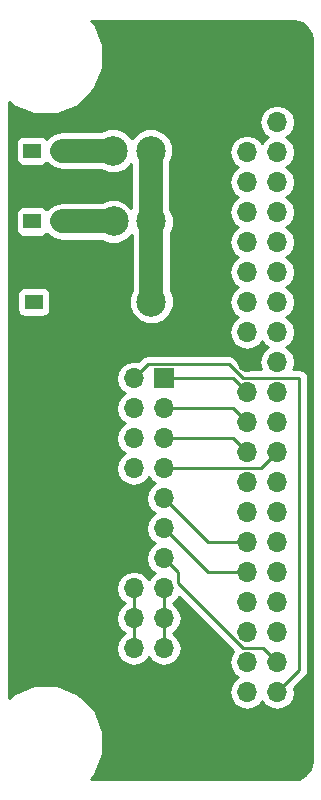
<source format=gbr>
G04 #@! TF.FileFunction,Copper,L1,Top,Signal*
%FSLAX46Y46*%
G04 Gerber Fmt 4.6, Leading zero omitted, Abs format (unit mm)*
G04 Created by KiCad (PCBNEW 4.0.6) date 06/16/19 22:17:06*
%MOMM*%
%LPD*%
G01*
G04 APERTURE LIST*
%ADD10C,0.100000*%
%ADD11R,1.500000X1.250000*%
%ADD12R,1.700000X1.700000*%
%ADD13O,1.700000X1.700000*%
%ADD14C,2.500000*%
%ADD15C,0.600000*%
%ADD16C,2.000000*%
%ADD17C,0.250000*%
%ADD18C,0.254000*%
G04 APERTURE END LIST*
D10*
D11*
X148500000Y-109350000D03*
X151000000Y-109350000D03*
X148500000Y-115350000D03*
X151000000Y-115350000D03*
X148650000Y-122150000D03*
X151150000Y-122150000D03*
D12*
X159640000Y-128620000D03*
D13*
X157100000Y-128620000D03*
X159640000Y-131160000D03*
X157100000Y-131160000D03*
X159640000Y-133700000D03*
X157100000Y-133700000D03*
X159640000Y-136240000D03*
X157100000Y-136240000D03*
X159640000Y-138780000D03*
X157100000Y-138780000D03*
X159640000Y-141320000D03*
X157100000Y-141320000D03*
X159640000Y-143860000D03*
X157100000Y-143860000D03*
X159640000Y-146400000D03*
X157100000Y-146400000D03*
X159640000Y-148940000D03*
X157100000Y-148940000D03*
X159640000Y-151480000D03*
X157100000Y-151480000D03*
D12*
X166710000Y-106940000D03*
D13*
X169250000Y-106940000D03*
X166710000Y-109480000D03*
X169250000Y-109480000D03*
X166710000Y-112020000D03*
X169250000Y-112020000D03*
X166710000Y-114560000D03*
X169250000Y-114560000D03*
X166710000Y-117100000D03*
X169250000Y-117100000D03*
X166710000Y-119640000D03*
X169250000Y-119640000D03*
X166710000Y-122180000D03*
X169250000Y-122180000D03*
X166710000Y-124720000D03*
X169250000Y-124720000D03*
X166710000Y-127260000D03*
X169250000Y-127260000D03*
X166710000Y-129800000D03*
X169250000Y-129800000D03*
X166710000Y-132340000D03*
X169250000Y-132340000D03*
X166710000Y-134880000D03*
X169250000Y-134880000D03*
X166710000Y-137420000D03*
X169250000Y-137420000D03*
X166710000Y-139960000D03*
X169250000Y-139960000D03*
X166710000Y-142500000D03*
X169250000Y-142500000D03*
X166710000Y-145040000D03*
X169250000Y-145040000D03*
X166710000Y-147580000D03*
X169250000Y-147580000D03*
X166710000Y-150120000D03*
X169250000Y-150120000D03*
X166710000Y-152660000D03*
X169250000Y-152660000D03*
X166710000Y-155200000D03*
X169250000Y-155200000D03*
D14*
X158550000Y-109350000D03*
X155350000Y-109350000D03*
X158600000Y-115350000D03*
X155400000Y-115350000D03*
X158600000Y-122150000D03*
X155400000Y-122150000D03*
D15*
X148650000Y-122150000D03*
X148500000Y-115350000D03*
X148500000Y-109350000D03*
D16*
X158600000Y-115350000D02*
X158600000Y-122150000D01*
X158550000Y-109350000D02*
X158550000Y-115300000D01*
X158550000Y-115300000D02*
X158600000Y-115350000D01*
D17*
X157100000Y-148940000D02*
X157100000Y-150142081D01*
X157100000Y-150142081D02*
X157100000Y-151480000D01*
X157100000Y-146400000D02*
X157100000Y-147602081D01*
X157100000Y-147602081D02*
X157100000Y-148940000D01*
D16*
X151000000Y-109350000D02*
X155350000Y-109350000D01*
D17*
X159640000Y-148940000D02*
X159640000Y-150142081D01*
X159640000Y-150142081D02*
X159640000Y-151480000D01*
X159640000Y-146400000D02*
X159640000Y-147602081D01*
X159640000Y-147602081D02*
X159640000Y-148940000D01*
D16*
X151000000Y-115350000D02*
X155400000Y-115350000D01*
X151150000Y-122150000D02*
X155400000Y-122150000D01*
D17*
X159640000Y-128620000D02*
X165530000Y-128620000D01*
X165530000Y-128620000D02*
X166710000Y-129800000D01*
X171124999Y-128624999D02*
X171124999Y-153325001D01*
X171124999Y-153325001D02*
X169250000Y-155200000D01*
X157100000Y-128620000D02*
X158275001Y-127444999D01*
X158275001Y-127444999D02*
X165155997Y-127444999D01*
X165155997Y-127444999D02*
X166335997Y-128624999D01*
X166335997Y-128624999D02*
X171124999Y-128624999D01*
X159640000Y-131160000D02*
X165530000Y-131160000D01*
X165530000Y-131160000D02*
X166710000Y-132340000D01*
X159640000Y-133700000D02*
X165530000Y-133700000D01*
X165530000Y-133700000D02*
X166710000Y-134880000D01*
X159640000Y-136240000D02*
X167890000Y-136240000D01*
X167890000Y-136240000D02*
X169250000Y-134880000D01*
X159640000Y-138780000D02*
X163360000Y-142500000D01*
X163360000Y-142500000D02*
X166710000Y-142500000D01*
X159640000Y-141320000D02*
X163360000Y-145040000D01*
X163360000Y-145040000D02*
X166710000Y-145040000D01*
X159640000Y-143860000D02*
X160815001Y-145035001D01*
X168074999Y-151484999D02*
X168400001Y-151810001D01*
X160815001Y-145035001D02*
X160815001Y-145964003D01*
X160815001Y-145964003D02*
X166335997Y-151484999D01*
X166335997Y-151484999D02*
X168074999Y-151484999D01*
X168400001Y-151810001D02*
X169250000Y-152660000D01*
D18*
G36*
X171331022Y-98543906D02*
X171813467Y-98930690D01*
X172116522Y-99482395D01*
X172190000Y-100004465D01*
X172190000Y-161098828D01*
X172006094Y-161731024D01*
X171619310Y-162213467D01*
X171067605Y-162516522D01*
X170545535Y-162590000D01*
X153457748Y-162590000D01*
X153782108Y-162266206D01*
X154526151Y-160474351D01*
X154527845Y-158534161D01*
X153786930Y-156741011D01*
X152416206Y-155367892D01*
X150624351Y-154623849D01*
X148684161Y-154622155D01*
X146891011Y-155363070D01*
X146560000Y-155693504D01*
X146560000Y-128620000D01*
X155585907Y-128620000D01*
X155698946Y-129188285D01*
X156020853Y-129670054D01*
X156350026Y-129890000D01*
X156020853Y-130109946D01*
X155698946Y-130591715D01*
X155585907Y-131160000D01*
X155698946Y-131728285D01*
X156020853Y-132210054D01*
X156350026Y-132430000D01*
X156020853Y-132649946D01*
X155698946Y-133131715D01*
X155585907Y-133700000D01*
X155698946Y-134268285D01*
X156020853Y-134750054D01*
X156350026Y-134970000D01*
X156020853Y-135189946D01*
X155698946Y-135671715D01*
X155585907Y-136240000D01*
X155698946Y-136808285D01*
X156020853Y-137290054D01*
X156502622Y-137611961D01*
X157070907Y-137725000D01*
X157129093Y-137725000D01*
X157697378Y-137611961D01*
X158179147Y-137290054D01*
X158370000Y-137004422D01*
X158560853Y-137290054D01*
X158890026Y-137510000D01*
X158560853Y-137729946D01*
X158238946Y-138211715D01*
X158125907Y-138780000D01*
X158238946Y-139348285D01*
X158560853Y-139830054D01*
X158890026Y-140050000D01*
X158560853Y-140269946D01*
X158238946Y-140751715D01*
X158125907Y-141320000D01*
X158238946Y-141888285D01*
X158560853Y-142370054D01*
X158890026Y-142590000D01*
X158560853Y-142809946D01*
X158238946Y-143291715D01*
X158125907Y-143860000D01*
X158238946Y-144428285D01*
X158560853Y-144910054D01*
X158890026Y-145130000D01*
X158560853Y-145349946D01*
X158370000Y-145635578D01*
X158179147Y-145349946D01*
X157697378Y-145028039D01*
X157129093Y-144915000D01*
X157070907Y-144915000D01*
X156502622Y-145028039D01*
X156020853Y-145349946D01*
X155698946Y-145831715D01*
X155585907Y-146400000D01*
X155698946Y-146968285D01*
X156020853Y-147450054D01*
X156340000Y-147663301D01*
X156340000Y-147676699D01*
X156020853Y-147889946D01*
X155698946Y-148371715D01*
X155585907Y-148940000D01*
X155698946Y-149508285D01*
X156020853Y-149990054D01*
X156340000Y-150203301D01*
X156340000Y-150216699D01*
X156020853Y-150429946D01*
X155698946Y-150911715D01*
X155585907Y-151480000D01*
X155698946Y-152048285D01*
X156020853Y-152530054D01*
X156502622Y-152851961D01*
X157070907Y-152965000D01*
X157129093Y-152965000D01*
X157697378Y-152851961D01*
X158179147Y-152530054D01*
X158370000Y-152244422D01*
X158560853Y-152530054D01*
X159042622Y-152851961D01*
X159610907Y-152965000D01*
X159669093Y-152965000D01*
X160237378Y-152851961D01*
X160719147Y-152530054D01*
X161041054Y-152048285D01*
X161154093Y-151480000D01*
X161041054Y-150911715D01*
X160719147Y-150429946D01*
X160400000Y-150216699D01*
X160400000Y-150203301D01*
X160719147Y-149990054D01*
X161041054Y-149508285D01*
X161154093Y-148940000D01*
X161041054Y-148371715D01*
X160719147Y-147889946D01*
X160400000Y-147676699D01*
X160400000Y-147663301D01*
X160719147Y-147450054D01*
X160922264Y-147146068D01*
X165532836Y-151756640D01*
X165308946Y-152091715D01*
X165195907Y-152660000D01*
X165308946Y-153228285D01*
X165630853Y-153710054D01*
X165960026Y-153930000D01*
X165630853Y-154149946D01*
X165308946Y-154631715D01*
X165195907Y-155200000D01*
X165308946Y-155768285D01*
X165630853Y-156250054D01*
X166112622Y-156571961D01*
X166680907Y-156685000D01*
X166739093Y-156685000D01*
X167307378Y-156571961D01*
X167789147Y-156250054D01*
X167980000Y-155964422D01*
X168170853Y-156250054D01*
X168652622Y-156571961D01*
X169220907Y-156685000D01*
X169279093Y-156685000D01*
X169847378Y-156571961D01*
X170329147Y-156250054D01*
X170651054Y-155768285D01*
X170764093Y-155200000D01*
X170691210Y-154833592D01*
X171662400Y-153862402D01*
X171827147Y-153615840D01*
X171884999Y-153325001D01*
X171884999Y-128624999D01*
X171827147Y-128334160D01*
X171662400Y-128087598D01*
X171415838Y-127922851D01*
X171124999Y-127864999D01*
X170626523Y-127864999D01*
X170651054Y-127828285D01*
X170764093Y-127260000D01*
X170651054Y-126691715D01*
X170329147Y-126209946D01*
X169999974Y-125990000D01*
X170329147Y-125770054D01*
X170651054Y-125288285D01*
X170764093Y-124720000D01*
X170651054Y-124151715D01*
X170329147Y-123669946D01*
X169999974Y-123450000D01*
X170329147Y-123230054D01*
X170651054Y-122748285D01*
X170764093Y-122180000D01*
X170651054Y-121611715D01*
X170329147Y-121129946D01*
X169999974Y-120910000D01*
X170329147Y-120690054D01*
X170651054Y-120208285D01*
X170764093Y-119640000D01*
X170651054Y-119071715D01*
X170329147Y-118589946D01*
X169999974Y-118370000D01*
X170329147Y-118150054D01*
X170651054Y-117668285D01*
X170764093Y-117100000D01*
X170651054Y-116531715D01*
X170329147Y-116049946D01*
X169999974Y-115830000D01*
X170329147Y-115610054D01*
X170651054Y-115128285D01*
X170764093Y-114560000D01*
X170651054Y-113991715D01*
X170329147Y-113509946D01*
X169999974Y-113290000D01*
X170329147Y-113070054D01*
X170651054Y-112588285D01*
X170764093Y-112020000D01*
X170651054Y-111451715D01*
X170329147Y-110969946D01*
X169999974Y-110750000D01*
X170329147Y-110530054D01*
X170651054Y-110048285D01*
X170764093Y-109480000D01*
X170651054Y-108911715D01*
X170329147Y-108429946D01*
X169999974Y-108210000D01*
X170329147Y-107990054D01*
X170651054Y-107508285D01*
X170764093Y-106940000D01*
X170651054Y-106371715D01*
X170329147Y-105889946D01*
X169847378Y-105568039D01*
X169279093Y-105455000D01*
X169220907Y-105455000D01*
X168652622Y-105568039D01*
X168170853Y-105889946D01*
X167848946Y-106371715D01*
X167735907Y-106940000D01*
X167848946Y-107508285D01*
X168170853Y-107990054D01*
X168500026Y-108210000D01*
X168170853Y-108429946D01*
X167980000Y-108715578D01*
X167789147Y-108429946D01*
X167307378Y-108108039D01*
X166739093Y-107995000D01*
X166680907Y-107995000D01*
X166112622Y-108108039D01*
X165630853Y-108429946D01*
X165308946Y-108911715D01*
X165195907Y-109480000D01*
X165308946Y-110048285D01*
X165630853Y-110530054D01*
X165960026Y-110750000D01*
X165630853Y-110969946D01*
X165308946Y-111451715D01*
X165195907Y-112020000D01*
X165308946Y-112588285D01*
X165630853Y-113070054D01*
X165960026Y-113290000D01*
X165630853Y-113509946D01*
X165308946Y-113991715D01*
X165195907Y-114560000D01*
X165308946Y-115128285D01*
X165630853Y-115610054D01*
X165960026Y-115830000D01*
X165630853Y-116049946D01*
X165308946Y-116531715D01*
X165195907Y-117100000D01*
X165308946Y-117668285D01*
X165630853Y-118150054D01*
X165960026Y-118370000D01*
X165630853Y-118589946D01*
X165308946Y-119071715D01*
X165195907Y-119640000D01*
X165308946Y-120208285D01*
X165630853Y-120690054D01*
X165960026Y-120910000D01*
X165630853Y-121129946D01*
X165308946Y-121611715D01*
X165195907Y-122180000D01*
X165308946Y-122748285D01*
X165630853Y-123230054D01*
X165960026Y-123450000D01*
X165630853Y-123669946D01*
X165308946Y-124151715D01*
X165195907Y-124720000D01*
X165308946Y-125288285D01*
X165630853Y-125770054D01*
X166112622Y-126091961D01*
X166680907Y-126205000D01*
X166739093Y-126205000D01*
X167307378Y-126091961D01*
X167789147Y-125770054D01*
X167980000Y-125484422D01*
X168170853Y-125770054D01*
X168500026Y-125990000D01*
X168170853Y-126209946D01*
X167848946Y-126691715D01*
X167735907Y-127260000D01*
X167848946Y-127828285D01*
X167873477Y-127864999D01*
X166650799Y-127864999D01*
X165693398Y-126907598D01*
X165446836Y-126742851D01*
X165155997Y-126684999D01*
X158275001Y-126684999D01*
X157984161Y-126742851D01*
X157737600Y-126907598D01*
X157446969Y-127198229D01*
X157129093Y-127135000D01*
X157070907Y-127135000D01*
X156502622Y-127248039D01*
X156020853Y-127569946D01*
X155698946Y-128051715D01*
X155585907Y-128620000D01*
X146560000Y-128620000D01*
X146560000Y-121525000D01*
X147252560Y-121525000D01*
X147252560Y-122775000D01*
X147296838Y-123010317D01*
X147435910Y-123226441D01*
X147648110Y-123371431D01*
X147900000Y-123422440D01*
X149400000Y-123422440D01*
X149635317Y-123378162D01*
X149851441Y-123239090D01*
X149996431Y-123026890D01*
X150047440Y-122775000D01*
X150047440Y-121525000D01*
X150003162Y-121289683D01*
X149864090Y-121073559D01*
X149651890Y-120928569D01*
X149400000Y-120877560D01*
X147900000Y-120877560D01*
X147664683Y-120921838D01*
X147448559Y-121060910D01*
X147303569Y-121273110D01*
X147252560Y-121525000D01*
X146560000Y-121525000D01*
X146560000Y-108725000D01*
X147102560Y-108725000D01*
X147102560Y-109975000D01*
X147146838Y-110210317D01*
X147285910Y-110426441D01*
X147498110Y-110571431D01*
X147750000Y-110622440D01*
X149250000Y-110622440D01*
X149485317Y-110578162D01*
X149701441Y-110439090D01*
X149749134Y-110369289D01*
X149785910Y-110426441D01*
X149794614Y-110432388D01*
X149843880Y-110506120D01*
X150374313Y-110860543D01*
X151000000Y-110985000D01*
X154372129Y-110985000D01*
X154973405Y-111234672D01*
X155723305Y-111235326D01*
X156416372Y-110948957D01*
X156915000Y-110451198D01*
X156915000Y-114199524D01*
X156469161Y-113752907D01*
X155776595Y-113465328D01*
X155026695Y-113464674D01*
X154420859Y-113715000D01*
X151000000Y-113715000D01*
X150374313Y-113839457D01*
X149843880Y-114193880D01*
X149799494Y-114260308D01*
X149798559Y-114260910D01*
X149750866Y-114330711D01*
X149714090Y-114273559D01*
X149501890Y-114128569D01*
X149250000Y-114077560D01*
X147750000Y-114077560D01*
X147514683Y-114121838D01*
X147298559Y-114260910D01*
X147153569Y-114473110D01*
X147102560Y-114725000D01*
X147102560Y-115975000D01*
X147146838Y-116210317D01*
X147285910Y-116426441D01*
X147498110Y-116571431D01*
X147750000Y-116622440D01*
X149250000Y-116622440D01*
X149485317Y-116578162D01*
X149701441Y-116439090D01*
X149749134Y-116369289D01*
X149785910Y-116426441D01*
X149794614Y-116432388D01*
X149843880Y-116506120D01*
X150374313Y-116860543D01*
X151000000Y-116985000D01*
X154422129Y-116985000D01*
X155023405Y-117234672D01*
X155773305Y-117235326D01*
X156466372Y-116948957D01*
X156965000Y-116451198D01*
X156965000Y-121172129D01*
X156715328Y-121773405D01*
X156714674Y-122523305D01*
X157001043Y-123216372D01*
X157530839Y-123747093D01*
X158223405Y-124034672D01*
X158973305Y-124035326D01*
X159666372Y-123748957D01*
X160197093Y-123219161D01*
X160484672Y-122526595D01*
X160485326Y-121776695D01*
X160235000Y-121170859D01*
X160235000Y-116327871D01*
X160484672Y-115726595D01*
X160485326Y-114976695D01*
X160198957Y-114283628D01*
X160185000Y-114269647D01*
X160185000Y-110327871D01*
X160434672Y-109726595D01*
X160435326Y-108976695D01*
X160148957Y-108283628D01*
X159619161Y-107752907D01*
X158926595Y-107465328D01*
X158176695Y-107464674D01*
X157483628Y-107751043D01*
X156952907Y-108280839D01*
X156950350Y-108286998D01*
X156948957Y-108283628D01*
X156419161Y-107752907D01*
X155726595Y-107465328D01*
X154976695Y-107464674D01*
X154370859Y-107715000D01*
X151000000Y-107715000D01*
X150374313Y-107839457D01*
X149843880Y-108193880D01*
X149799494Y-108260308D01*
X149798559Y-108260910D01*
X149750866Y-108330711D01*
X149714090Y-108273559D01*
X149501890Y-108128569D01*
X149250000Y-108077560D01*
X147750000Y-108077560D01*
X147514683Y-108121838D01*
X147298559Y-108260910D01*
X147153569Y-108473110D01*
X147102560Y-108725000D01*
X146560000Y-108725000D01*
X146560000Y-105207748D01*
X146883794Y-105532108D01*
X148675649Y-106276151D01*
X150615839Y-106277845D01*
X152408989Y-105536930D01*
X153782108Y-104166206D01*
X154526151Y-102374351D01*
X154527845Y-100434161D01*
X153786930Y-98641011D01*
X153506409Y-98360000D01*
X170698828Y-98360000D01*
X171331022Y-98543906D01*
X171331022Y-98543906D01*
G37*
X171331022Y-98543906D02*
X171813467Y-98930690D01*
X172116522Y-99482395D01*
X172190000Y-100004465D01*
X172190000Y-161098828D01*
X172006094Y-161731024D01*
X171619310Y-162213467D01*
X171067605Y-162516522D01*
X170545535Y-162590000D01*
X153457748Y-162590000D01*
X153782108Y-162266206D01*
X154526151Y-160474351D01*
X154527845Y-158534161D01*
X153786930Y-156741011D01*
X152416206Y-155367892D01*
X150624351Y-154623849D01*
X148684161Y-154622155D01*
X146891011Y-155363070D01*
X146560000Y-155693504D01*
X146560000Y-128620000D01*
X155585907Y-128620000D01*
X155698946Y-129188285D01*
X156020853Y-129670054D01*
X156350026Y-129890000D01*
X156020853Y-130109946D01*
X155698946Y-130591715D01*
X155585907Y-131160000D01*
X155698946Y-131728285D01*
X156020853Y-132210054D01*
X156350026Y-132430000D01*
X156020853Y-132649946D01*
X155698946Y-133131715D01*
X155585907Y-133700000D01*
X155698946Y-134268285D01*
X156020853Y-134750054D01*
X156350026Y-134970000D01*
X156020853Y-135189946D01*
X155698946Y-135671715D01*
X155585907Y-136240000D01*
X155698946Y-136808285D01*
X156020853Y-137290054D01*
X156502622Y-137611961D01*
X157070907Y-137725000D01*
X157129093Y-137725000D01*
X157697378Y-137611961D01*
X158179147Y-137290054D01*
X158370000Y-137004422D01*
X158560853Y-137290054D01*
X158890026Y-137510000D01*
X158560853Y-137729946D01*
X158238946Y-138211715D01*
X158125907Y-138780000D01*
X158238946Y-139348285D01*
X158560853Y-139830054D01*
X158890026Y-140050000D01*
X158560853Y-140269946D01*
X158238946Y-140751715D01*
X158125907Y-141320000D01*
X158238946Y-141888285D01*
X158560853Y-142370054D01*
X158890026Y-142590000D01*
X158560853Y-142809946D01*
X158238946Y-143291715D01*
X158125907Y-143860000D01*
X158238946Y-144428285D01*
X158560853Y-144910054D01*
X158890026Y-145130000D01*
X158560853Y-145349946D01*
X158370000Y-145635578D01*
X158179147Y-145349946D01*
X157697378Y-145028039D01*
X157129093Y-144915000D01*
X157070907Y-144915000D01*
X156502622Y-145028039D01*
X156020853Y-145349946D01*
X155698946Y-145831715D01*
X155585907Y-146400000D01*
X155698946Y-146968285D01*
X156020853Y-147450054D01*
X156340000Y-147663301D01*
X156340000Y-147676699D01*
X156020853Y-147889946D01*
X155698946Y-148371715D01*
X155585907Y-148940000D01*
X155698946Y-149508285D01*
X156020853Y-149990054D01*
X156340000Y-150203301D01*
X156340000Y-150216699D01*
X156020853Y-150429946D01*
X155698946Y-150911715D01*
X155585907Y-151480000D01*
X155698946Y-152048285D01*
X156020853Y-152530054D01*
X156502622Y-152851961D01*
X157070907Y-152965000D01*
X157129093Y-152965000D01*
X157697378Y-152851961D01*
X158179147Y-152530054D01*
X158370000Y-152244422D01*
X158560853Y-152530054D01*
X159042622Y-152851961D01*
X159610907Y-152965000D01*
X159669093Y-152965000D01*
X160237378Y-152851961D01*
X160719147Y-152530054D01*
X161041054Y-152048285D01*
X161154093Y-151480000D01*
X161041054Y-150911715D01*
X160719147Y-150429946D01*
X160400000Y-150216699D01*
X160400000Y-150203301D01*
X160719147Y-149990054D01*
X161041054Y-149508285D01*
X161154093Y-148940000D01*
X161041054Y-148371715D01*
X160719147Y-147889946D01*
X160400000Y-147676699D01*
X160400000Y-147663301D01*
X160719147Y-147450054D01*
X160922264Y-147146068D01*
X165532836Y-151756640D01*
X165308946Y-152091715D01*
X165195907Y-152660000D01*
X165308946Y-153228285D01*
X165630853Y-153710054D01*
X165960026Y-153930000D01*
X165630853Y-154149946D01*
X165308946Y-154631715D01*
X165195907Y-155200000D01*
X165308946Y-155768285D01*
X165630853Y-156250054D01*
X166112622Y-156571961D01*
X166680907Y-156685000D01*
X166739093Y-156685000D01*
X167307378Y-156571961D01*
X167789147Y-156250054D01*
X167980000Y-155964422D01*
X168170853Y-156250054D01*
X168652622Y-156571961D01*
X169220907Y-156685000D01*
X169279093Y-156685000D01*
X169847378Y-156571961D01*
X170329147Y-156250054D01*
X170651054Y-155768285D01*
X170764093Y-155200000D01*
X170691210Y-154833592D01*
X171662400Y-153862402D01*
X171827147Y-153615840D01*
X171884999Y-153325001D01*
X171884999Y-128624999D01*
X171827147Y-128334160D01*
X171662400Y-128087598D01*
X171415838Y-127922851D01*
X171124999Y-127864999D01*
X170626523Y-127864999D01*
X170651054Y-127828285D01*
X170764093Y-127260000D01*
X170651054Y-126691715D01*
X170329147Y-126209946D01*
X169999974Y-125990000D01*
X170329147Y-125770054D01*
X170651054Y-125288285D01*
X170764093Y-124720000D01*
X170651054Y-124151715D01*
X170329147Y-123669946D01*
X169999974Y-123450000D01*
X170329147Y-123230054D01*
X170651054Y-122748285D01*
X170764093Y-122180000D01*
X170651054Y-121611715D01*
X170329147Y-121129946D01*
X169999974Y-120910000D01*
X170329147Y-120690054D01*
X170651054Y-120208285D01*
X170764093Y-119640000D01*
X170651054Y-119071715D01*
X170329147Y-118589946D01*
X169999974Y-118370000D01*
X170329147Y-118150054D01*
X170651054Y-117668285D01*
X170764093Y-117100000D01*
X170651054Y-116531715D01*
X170329147Y-116049946D01*
X169999974Y-115830000D01*
X170329147Y-115610054D01*
X170651054Y-115128285D01*
X170764093Y-114560000D01*
X170651054Y-113991715D01*
X170329147Y-113509946D01*
X169999974Y-113290000D01*
X170329147Y-113070054D01*
X170651054Y-112588285D01*
X170764093Y-112020000D01*
X170651054Y-111451715D01*
X170329147Y-110969946D01*
X169999974Y-110750000D01*
X170329147Y-110530054D01*
X170651054Y-110048285D01*
X170764093Y-109480000D01*
X170651054Y-108911715D01*
X170329147Y-108429946D01*
X169999974Y-108210000D01*
X170329147Y-107990054D01*
X170651054Y-107508285D01*
X170764093Y-106940000D01*
X170651054Y-106371715D01*
X170329147Y-105889946D01*
X169847378Y-105568039D01*
X169279093Y-105455000D01*
X169220907Y-105455000D01*
X168652622Y-105568039D01*
X168170853Y-105889946D01*
X167848946Y-106371715D01*
X167735907Y-106940000D01*
X167848946Y-107508285D01*
X168170853Y-107990054D01*
X168500026Y-108210000D01*
X168170853Y-108429946D01*
X167980000Y-108715578D01*
X167789147Y-108429946D01*
X167307378Y-108108039D01*
X166739093Y-107995000D01*
X166680907Y-107995000D01*
X166112622Y-108108039D01*
X165630853Y-108429946D01*
X165308946Y-108911715D01*
X165195907Y-109480000D01*
X165308946Y-110048285D01*
X165630853Y-110530054D01*
X165960026Y-110750000D01*
X165630853Y-110969946D01*
X165308946Y-111451715D01*
X165195907Y-112020000D01*
X165308946Y-112588285D01*
X165630853Y-113070054D01*
X165960026Y-113290000D01*
X165630853Y-113509946D01*
X165308946Y-113991715D01*
X165195907Y-114560000D01*
X165308946Y-115128285D01*
X165630853Y-115610054D01*
X165960026Y-115830000D01*
X165630853Y-116049946D01*
X165308946Y-116531715D01*
X165195907Y-117100000D01*
X165308946Y-117668285D01*
X165630853Y-118150054D01*
X165960026Y-118370000D01*
X165630853Y-118589946D01*
X165308946Y-119071715D01*
X165195907Y-119640000D01*
X165308946Y-120208285D01*
X165630853Y-120690054D01*
X165960026Y-120910000D01*
X165630853Y-121129946D01*
X165308946Y-121611715D01*
X165195907Y-122180000D01*
X165308946Y-122748285D01*
X165630853Y-123230054D01*
X165960026Y-123450000D01*
X165630853Y-123669946D01*
X165308946Y-124151715D01*
X165195907Y-124720000D01*
X165308946Y-125288285D01*
X165630853Y-125770054D01*
X166112622Y-126091961D01*
X166680907Y-126205000D01*
X166739093Y-126205000D01*
X167307378Y-126091961D01*
X167789147Y-125770054D01*
X167980000Y-125484422D01*
X168170853Y-125770054D01*
X168500026Y-125990000D01*
X168170853Y-126209946D01*
X167848946Y-126691715D01*
X167735907Y-127260000D01*
X167848946Y-127828285D01*
X167873477Y-127864999D01*
X166650799Y-127864999D01*
X165693398Y-126907598D01*
X165446836Y-126742851D01*
X165155997Y-126684999D01*
X158275001Y-126684999D01*
X157984161Y-126742851D01*
X157737600Y-126907598D01*
X157446969Y-127198229D01*
X157129093Y-127135000D01*
X157070907Y-127135000D01*
X156502622Y-127248039D01*
X156020853Y-127569946D01*
X155698946Y-128051715D01*
X155585907Y-128620000D01*
X146560000Y-128620000D01*
X146560000Y-121525000D01*
X147252560Y-121525000D01*
X147252560Y-122775000D01*
X147296838Y-123010317D01*
X147435910Y-123226441D01*
X147648110Y-123371431D01*
X147900000Y-123422440D01*
X149400000Y-123422440D01*
X149635317Y-123378162D01*
X149851441Y-123239090D01*
X149996431Y-123026890D01*
X150047440Y-122775000D01*
X150047440Y-121525000D01*
X150003162Y-121289683D01*
X149864090Y-121073559D01*
X149651890Y-120928569D01*
X149400000Y-120877560D01*
X147900000Y-120877560D01*
X147664683Y-120921838D01*
X147448559Y-121060910D01*
X147303569Y-121273110D01*
X147252560Y-121525000D01*
X146560000Y-121525000D01*
X146560000Y-108725000D01*
X147102560Y-108725000D01*
X147102560Y-109975000D01*
X147146838Y-110210317D01*
X147285910Y-110426441D01*
X147498110Y-110571431D01*
X147750000Y-110622440D01*
X149250000Y-110622440D01*
X149485317Y-110578162D01*
X149701441Y-110439090D01*
X149749134Y-110369289D01*
X149785910Y-110426441D01*
X149794614Y-110432388D01*
X149843880Y-110506120D01*
X150374313Y-110860543D01*
X151000000Y-110985000D01*
X154372129Y-110985000D01*
X154973405Y-111234672D01*
X155723305Y-111235326D01*
X156416372Y-110948957D01*
X156915000Y-110451198D01*
X156915000Y-114199524D01*
X156469161Y-113752907D01*
X155776595Y-113465328D01*
X155026695Y-113464674D01*
X154420859Y-113715000D01*
X151000000Y-113715000D01*
X150374313Y-113839457D01*
X149843880Y-114193880D01*
X149799494Y-114260308D01*
X149798559Y-114260910D01*
X149750866Y-114330711D01*
X149714090Y-114273559D01*
X149501890Y-114128569D01*
X149250000Y-114077560D01*
X147750000Y-114077560D01*
X147514683Y-114121838D01*
X147298559Y-114260910D01*
X147153569Y-114473110D01*
X147102560Y-114725000D01*
X147102560Y-115975000D01*
X147146838Y-116210317D01*
X147285910Y-116426441D01*
X147498110Y-116571431D01*
X147750000Y-116622440D01*
X149250000Y-116622440D01*
X149485317Y-116578162D01*
X149701441Y-116439090D01*
X149749134Y-116369289D01*
X149785910Y-116426441D01*
X149794614Y-116432388D01*
X149843880Y-116506120D01*
X150374313Y-116860543D01*
X151000000Y-116985000D01*
X154422129Y-116985000D01*
X155023405Y-117234672D01*
X155773305Y-117235326D01*
X156466372Y-116948957D01*
X156965000Y-116451198D01*
X156965000Y-121172129D01*
X156715328Y-121773405D01*
X156714674Y-122523305D01*
X157001043Y-123216372D01*
X157530839Y-123747093D01*
X158223405Y-124034672D01*
X158973305Y-124035326D01*
X159666372Y-123748957D01*
X160197093Y-123219161D01*
X160484672Y-122526595D01*
X160485326Y-121776695D01*
X160235000Y-121170859D01*
X160235000Y-116327871D01*
X160484672Y-115726595D01*
X160485326Y-114976695D01*
X160198957Y-114283628D01*
X160185000Y-114269647D01*
X160185000Y-110327871D01*
X160434672Y-109726595D01*
X160435326Y-108976695D01*
X160148957Y-108283628D01*
X159619161Y-107752907D01*
X158926595Y-107465328D01*
X158176695Y-107464674D01*
X157483628Y-107751043D01*
X156952907Y-108280839D01*
X156950350Y-108286998D01*
X156948957Y-108283628D01*
X156419161Y-107752907D01*
X155726595Y-107465328D01*
X154976695Y-107464674D01*
X154370859Y-107715000D01*
X151000000Y-107715000D01*
X150374313Y-107839457D01*
X149843880Y-108193880D01*
X149799494Y-108260308D01*
X149798559Y-108260910D01*
X149750866Y-108330711D01*
X149714090Y-108273559D01*
X149501890Y-108128569D01*
X149250000Y-108077560D01*
X147750000Y-108077560D01*
X147514683Y-108121838D01*
X147298559Y-108260910D01*
X147153569Y-108473110D01*
X147102560Y-108725000D01*
X146560000Y-108725000D01*
X146560000Y-105207748D01*
X146883794Y-105532108D01*
X148675649Y-106276151D01*
X150615839Y-106277845D01*
X152408989Y-105536930D01*
X153782108Y-104166206D01*
X154526151Y-102374351D01*
X154527845Y-100434161D01*
X153786930Y-98641011D01*
X153506409Y-98360000D01*
X170698828Y-98360000D01*
X171331022Y-98543906D01*
M02*

</source>
